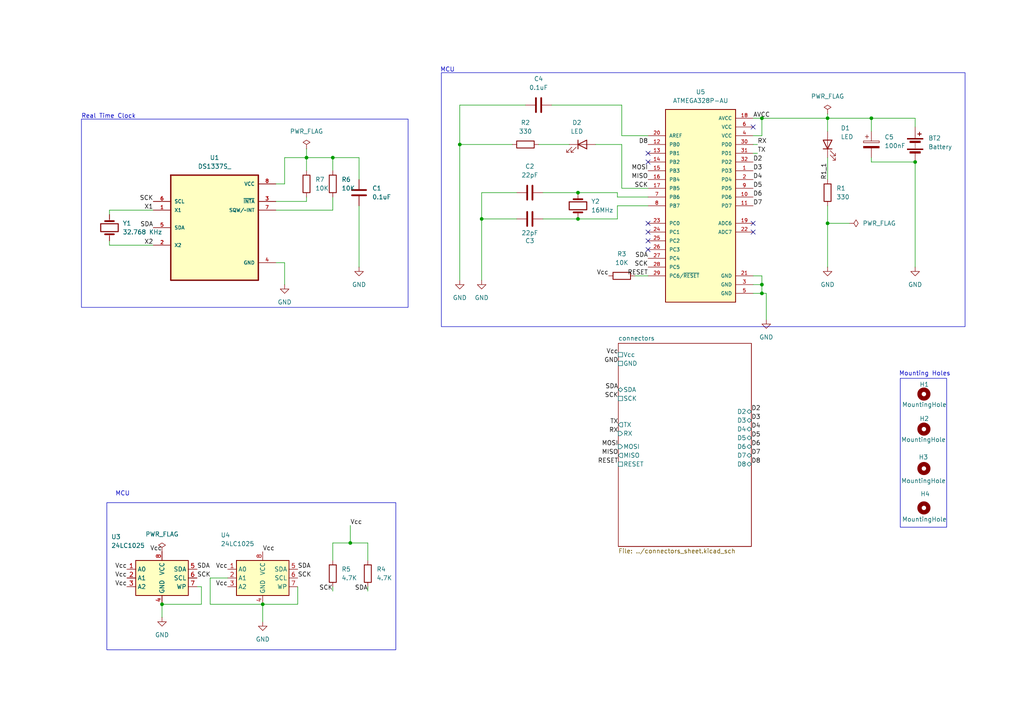
<source format=kicad_sch>
(kicad_sch (version 20231120) (generator "eeschema") (generator_version "8.0")
  (paper "A4")
  (title_block (title "${project_name}") (date "2025-03-16") (rev "1"))
  (lib_symbols
    (symbol "ATMEGA328P-AU_1" (pin_names (offset 1.016))
      (property "Reference" "U5" (at 0 33.02 0))
      (property "Value" "ATMEGA328P-AU" (at 0 30.48 0))
      (symbol "ATMEGA328P-AU_1_0_0"
        (rectangle (start -10.16 -27.94) (end 10.16 27.94) (stroke (width 0.254)) (fill (type background)))
        (pin bidirectional line (at 15.24 10.16 180) (length 5.08) (name "PD3") (number "1"))
        (pin bidirectional line (at 15.24 2.54 180) (length 5.08) (name "PD6") (number "10"))
        (pin bidirectional line (at 15.24 0 180) (length 5.08) (name "PD7") (number "11"))
        (pin bidirectional line (at -15.24 17.78 0) (length 5.08) (name "PB0") (number "12"))
        (pin bidirectional line (at -15.24 15.24 0) (length 5.08) (name "PB1") (number "13"))
        (pin bidirectional line (at -15.24 12.7 0) (length 5.08) (name "PB2") (number "14"))
        (pin bidirectional line (at -15.24 10.16 0) (length 5.08) (name "PB3") (number "15"))
        (pin bidirectional line (at -15.24 7.62 0) (length 5.08) (name "PB4") (number "16"))
        (pin bidirectional line (at -15.24 5.08 0) (length 5.08) (name "PB5") (number "17"))
        (pin power_in line (at 15.24 25.4 180) (length 5.08) (name "AVCC") (number "18"))
        (pin bidirectional line (at 15.24 -5.08 180) (length 5.08) (name "ADC6") (number "19"))
        (pin bidirectional line (at 15.24 7.62 180) (length 5.08) (name "PD4") (number "2"))
        (pin input line (at -15.24 20.32 0) (length 5.08) (name "AREF") (number "20"))
        (pin power_in line (at 15.24 -20.32 180) (length 5.08) (name "GND") (number "21"))
        (pin bidirectional line (at 15.24 -7.62 180) (length 5.08) (name "ADC7") (number "22"))
        (pin bidirectional line (at -15.24 -5.08 0) (length 5.08) (name "PC0") (number "23"))
        (pin bidirectional line (at -15.24 -7.62 0) (length 5.08) (name "PC1") (number "24"))
        (pin bidirectional line (at -15.24 -10.16 0) (length 5.08) (name "PC2") (number "25"))
        (pin bidirectional line (at -15.24 -12.7 0) (length 5.08) (name "PC3") (number "26"))
        (pin bidirectional line (at -15.24 -15.24 0) (length 5.08) (name "PC4") (number "27"))
        (pin bidirectional line (at -15.24 -17.78 0) (length 5.08) (name "PC5") (number "28"))
        (pin bidirectional line (at -15.24 -20.32 0) (length 5.08) (name "PC6/~{RESET}") (number "29"))
        (pin power_in line (at 15.24 -22.86 180) (length 5.08) (name "GND") (number "3"))
        (pin bidirectional line (at 15.24 17.78 180) (length 5.08) (name "PD0") (number "30"))
        (pin bidirectional line (at 15.24 15.24 180) (length 5.08) (name "PD1") (number "31"))
        (pin bidirectional line (at 15.24 12.7 180) (length 5.08) (name "PD2") (number "32"))
        (pin power_in line (at 15.24 20.32 180) (length 5.08) (name "VCC") (number "4"))
        (pin power_in line (at 15.24 -25.4 180) (length 5.08) (name "GND") (number "5"))
        (pin power_in line (at 15.24 22.86 180) (length 5.08) (name "VCC") (number "6"))
        (pin bidirectional line (at -15.24 2.54 0) (length 5.08) (name "PB6") (number "7"))
        (pin bidirectional line (at -15.24 0 0) (length 5.08) (name "PB7") (number "8"))
        (pin bidirectional line (at 15.24 5.08 180) (length 5.08) (name "PD5") (number "9"))
      )
    )
    (symbol "DS1337S_:DS1337S_" (pin_names (offset 1.016))
      (property "Reference" "U" (at -12.7 16.24 0))
      (property "Value" "DS1337S_" (at -12.7 -19.24 0))
      (symbol "DS1337S__0_0"
        (rectangle (start -12.7 -15.24) (end 12.7 15.24) (stroke (width 0.41)) (fill (type background)))
        (pin input line (at -17.78 5.08 0) (length 5.08) (name "X1") (number "1"))
        (pin bidirectional line (at -17.78 -5.08 0) (length 5.08) (name "X2") (number "2"))
        (pin output line (at 17.78 7.62 180) (length 5.08) (name "~{INTA}") (number "3"))
        (pin power_in line (at 17.78 -10.16 180) (length 5.08) (name "GND") (number "4"))
        (pin bidirectional line (at -17.78 0 0) (length 5.08) (name "SDA") (number "5"))
        (pin input line (at -17.78 7.62 0) (length 5.08) (name "SCL") (number "6"))
        (pin output line (at 17.78 5.08 180) (length 5.08) (name "SQW/~INT") (number "7"))
        (pin power_in line (at 17.78 12.7 180) (length 5.08) (name "VCC") (number "8"))
      )
    )
    (symbol "Device:Battery" (pin_numbers hide) (pin_names (offset 0) hide)
      (property "Reference" "BT" (at 2.54 2.54 0))
      (property "Value" "Battery" (at 2.54 0 0))
      (symbol "Battery_0_1"
        (rectangle (start -2.286 -1.27) (end 2.286 -1.524) (fill (type outline)))
        (rectangle (start -2.286 1.778) (end 2.286 1.524) (fill (type outline)))
        (rectangle (start -1.524 -2.032) (end 1.524 -2.54) (fill (type outline)))
        (rectangle (start -1.524 1.016) (end 1.524 0.508) (fill (type outline)))
        (polyline (pts (xy 0 -1.016) (xy 0 -0.762)))
        (polyline (pts (xy 0 -0.508) (xy 0 -0.254)))
        (polyline (pts (xy 0 0) (xy 0 0.254)))
        (polyline (pts (xy 0 1.778) (xy 0 2.54)))
        (polyline (pts (xy 0.762 3.048) (xy 1.778 3.048)) (stroke (width 0.254)))
        (polyline (pts (xy 1.27 3.556) (xy 1.27 2.54)) (stroke (width 0.254)))
      )
      (symbol "Battery_1_1"
        (pin passive line (at 0 5.08 270) (length 2.54) (name "+") (number "1"))
        (pin passive line (at 0 -5.08 90) (length 2.54) (name "-") (number "2"))
      )
    )
    (symbol "Device:C" (pin_numbers hide) (pin_names (offset 0.254))
      (property "Reference" "C" (at 0.635 2.54 0))
      (property "Value" "C" (at 0.635 -2.54 0))
      (symbol "C_0_1"
        (polyline (pts (xy -2.032 -0.762) (xy 2.032 -0.762)) (stroke (width 0.508)))
        (polyline (pts (xy -2.032 0.762) (xy 2.032 0.762)) (stroke (width 0.508)))
      )
      (symbol "C_1_1"
        (pin passive line (at 0 3.81 270) (length 2.794) (name "~") (number "1"))
        (pin passive line (at 0 -3.81 90) (length 2.794) (name "~") (number "2"))
      )
    )
    (symbol "Device:C_Polarized" (pin_numbers hide) (pin_names (offset 0.254))
      (property "Reference" "C" (at 0.635 2.54 0))
      (property "Value" "C_Polarized" (at 0.635 -2.54 0))
      (symbol "C_Polarized_0_1"
        (rectangle (start -2.286 0.508) (end 2.286 1.016))
        (polyline (pts (xy -1.778 2.286) (xy -0.762 2.286)))
        (polyline (pts (xy -1.27 2.794) (xy -1.27 1.778)))
        (rectangle (start 2.286 -0.508) (end -2.286 -1.016) (fill (type outline)))
      )
      (symbol "C_Polarized_1_1"
        (pin passive line (at 0 3.81 270) (length 2.794) (name "~") (number "1"))
        (pin passive line (at 0 -3.81 90) (length 2.794) (name "~") (number "2"))
      )
    )
    (symbol "Device:Crystal" (pin_numbers hide) (pin_names (offset 1.016) hide)
      (property "Reference" "Y" (at 0 3.81 0))
      (property "Value" "Crystal" (at 0 -3.81 0))
      (symbol "Crystal_0_1"
        (rectangle (start -1.143 2.54) (end 1.143 -2.54) (stroke (width 0.3048)))
        (polyline (pts (xy -2.54 0) (xy -1.905 0)))
        (polyline (pts (xy -1.905 -1.27) (xy -1.905 1.27)) (stroke (width 0.508)))
        (polyline (pts (xy 1.905 -1.27) (xy 1.905 1.27)) (stroke (width 0.508)))
        (polyline (pts (xy 2.54 0) (xy 1.905 0)))
      )
      (symbol "Crystal_1_1"
        (pin passive line (at -3.81 0 0) (length 1.27) (name "1") (number "1"))
        (pin passive line (at 3.81 0 180) (length 1.27) (name "2") (number "2"))
      )
    )
    (symbol "Device:LED" (pin_numbers hide) (pin_names (offset 1.016) hide)
      (property "Reference" "D" (at 0 2.54 0))
      (property "Value" "LED" (at 0 -2.54 0))
      (symbol "LED_0_1"
        (polyline (pts (xy -1.27 -1.27) (xy -1.27 1.27)) (stroke (width 0.254)))
        (polyline (pts (xy -1.27 0) (xy 1.27 0)))
        (polyline (pts (xy 1.27 -1.27) (xy 1.27 1.27) (xy -1.27 0) (xy 1.27 -1.27)) (stroke (width 0.254)))
        (polyline (pts (xy -3.048 -0.762) (xy -4.572 -2.286) (xy -3.81 -2.286) (xy -4.572 -2.286) (xy -4.572 -1.524)))
        (polyline (pts (xy -1.778 -0.762) (xy -3.302 -2.286) (xy -2.54 -2.286) (xy -3.302 -2.286) (xy -3.302 -1.524)))
      )
      (symbol "LED_1_1"
        (pin passive line (at -3.81 0 0) (length 2.54) (name "K") (number "1"))
        (pin passive line (at 3.81 0 180) (length 2.54) (name "A") (number "2"))
      )
    )
    (symbol "Device:R" (pin_numbers hide) (pin_names (offset 0))
      (property "Reference" "R" (at 2.032 0 90))
      (property "Value" "R" (at 0 0 90))
      (symbol "R_0_1"
        (rectangle (start -1.016 -2.54) (end 1.016 2.54) (stroke (width 0.254)))
      )
      (symbol "R_1_1"
        (pin passive line (at 0 3.81 270) (length 1.27) (name "~") (number "1"))
        (pin passive line (at 0 -3.81 90) (length 1.27) (name "~") (number "2"))
      )
    )
    (symbol "Mechanical:MountingHole" (pin_names (offset 1.016)) (exclude_from_sim yes) (in_bom no)
      (property "Reference" "H" (at 0 5.08 0))
      (property "Value" "MountingHole" (at 0 3.175 0))
      (symbol "MountingHole_0_1"
        (circle (center 0 0) (radius 1.27) (stroke (width 1.27)))
      )
    )
    (symbol "Memory_EEPROM:24LC1025"
      (property "Reference" "U" (at -6.35 6.35 0))
      (property "Value" "24LC1025" (at 1.27 6.35 0))
      (symbol "24LC1025_1_1"
        (rectangle (start -7.62 5.08) (end 7.62 -5.08) (stroke (width 0.254)) (fill (type background)))
        (pin input line (at -10.16 2.54 0) (length 2.54) (name "A0") (number "1"))
        (pin input line (at -10.16 0 0) (length 2.54) (name "A1") (number "2"))
        (pin input line (at -10.16 -2.54 0) (length 2.54) (name "A2") (number "3"))
        (pin power_in line (at 0 -7.62 90) (length 2.54) (name "GND") (number "4"))
        (pin bidirectional line (at 10.16 2.54 180) (length 2.54) (name "SDA") (number "5"))
        (pin input line (at 10.16 0 180) (length 2.54) (name "SCL") (number "6"))
        (pin input line (at 10.16 -2.54 180) (length 2.54) (name "WP") (number "7"))
        (pin power_in line (at 0 7.62 270) (length 2.54) (name "VCC") (number "8"))
      )
    )
    (symbol "power:GND" (power) (pin_numbers hide) (pin_names (offset 0) hide)
      (property "Value" "GND" (at 0 -3.81 0))
      (symbol "GND_0_1"
        (polyline (pts (xy 0 0) (xy 0 -1.27) (xy 1.27 -1.27) (xy 0 -2.54) (xy -1.27 -1.27) (xy 0 -1.27)))
      )
      (symbol "GND_1_1"
        (pin power_in line (at 0 0 270) (length 0) (name "~") (number "1"))
      )
    )
    (symbol "power:PWR_FLAG" (power) (pin_numbers hide) (pin_names (offset 0) hide)
      (property "Value" "PWR_FLAG" (at 0 3.81 0))
      (symbol "PWR_FLAG_0_0"
        (pin power_out line (at 0 0 90) (length 0) (name "~") (number "1"))
      )
      (symbol "PWR_FLAG_0_1"
        (polyline (pts (xy 0 0) (xy 0 1.27) (xy -1.016 1.905) (xy 0 2.54) (xy 1.016 1.905) (xy 0 1.27)))
      )
    )
  )
  (junction (at 88.9 45.72))
  (junction (at 220.98 82.55))
  (junction (at 167.64 63.5))
  (junction (at 96.52 45.72))
  (junction (at 101.6 157.48))
  (junction (at 240.03 64.77))
  (junction (at 76.2 175.26))
  (junction (at 46.99 175.26))
  (junction (at 139.7 63.5))
  (junction (at 220.98 85.09))
  (junction (at 220.98 34.29))
  (junction (at 167.64 55.88))
  (junction (at 252.73 34.29))
  (junction (at 133.35 41.91))
  (junction (at 265.43 46.99))
  (junction (at 240.03 34.29))
  (no_connect (at 187.96 72.39))
  (no_connect (at 218.44 67.31))
  (no_connect (at 187.96 46.99))
  (no_connect (at 187.96 69.85))
  (no_connect (at 218.44 64.77))
  (no_connect (at 218.44 36.83))
  (no_connect (at 187.96 64.77))
  (no_connect (at 187.96 44.45))
  (no_connect (at 187.96 67.31))
  (wire (pts (xy 104.14 59.69) (xy 104.14 77.47)))
  (wire (pts (xy 240.03 64.77) (xy 240.03 77.47)))
  (wire (pts (xy 133.35 41.91) (xy 148.59 41.91)))
  (wire (pts (xy 220.98 80.01) (xy 220.98 82.55)))
  (wire (pts (xy 157.48 55.88) (xy 167.64 55.88)))
  (wire (pts (xy 133.35 30.48) (xy 152.4 30.48)))
  (wire (pts (xy 179.07 55.88) (xy 179.07 57.15)))
  (wire (pts (xy 80.01 58.42) (xy 88.9 58.42)))
  (wire (pts (xy 82.55 76.2) (xy 82.55 82.55)))
  (wire (pts (xy 80.01 76.2) (xy 82.55 76.2)))
  (wire (pts (xy 240.03 45.72) (xy 240.03 52.07)))
  (wire (pts (xy 265.43 46.99) (xy 265.43 77.47)))
  (wire (pts (xy 57.15 170.18) (xy 58.42 170.18)))
  (wire (pts (xy 88.9 45.72) (xy 88.9 49.53)))
  (wire (pts (xy 104.14 45.72) (xy 104.14 52.07)))
  (wire (pts (xy 82.55 53.34) (xy 80.01 53.34)))
  (wire (pts (xy 133.35 41.91) (xy 133.35 81.28)))
  (wire (pts (xy 106.68 171.45) (xy 106.68 170.18)))
  (wire (pts (xy 139.7 55.88) (xy 139.7 63.5)))
  (wire (pts (xy 46.99 175.26) (xy 46.99 179.07)))
  (wire (pts (xy 220.98 34.29) (xy 240.03 34.29)))
  (wire (pts (xy 218.44 82.55) (xy 220.98 82.55)))
  (wire (pts (xy 60.96 167.64) (xy 66.04 167.64)))
  (wire (pts (xy 222.25 85.09) (xy 222.25 92.71)))
  (wire (pts (xy 156.21 41.91) (xy 165.1 41.91)))
  (wire (pts (xy 219.71 41.91) (xy 218.44 41.91)))
  (wire (pts (xy 96.52 45.72) (xy 96.52 49.53)))
  (wire (pts (xy 133.35 30.48) (xy 133.35 41.91)))
  (wire (pts (xy 76.2 175.26) (xy 76.2 180.34)))
  (wire (pts (xy 180.34 41.91) (xy 172.72 41.91)))
  (wire (pts (xy 101.6 157.48) (xy 106.68 157.48)))
  (wire (pts (xy 240.03 34.29) (xy 240.03 38.1)))
  (wire (pts (xy 167.64 55.88) (xy 179.07 55.88)))
  (wire (pts (xy 252.73 46.99) (xy 265.43 46.99)))
  (wire (pts (xy 96.52 171.45) (xy 96.52 170.18)))
  (wire (pts (xy 76.2 175.26) (xy 86.36 175.26)))
  (wire (pts (xy 167.64 63.5) (xy 179.07 63.5)))
  (wire (pts (xy 240.03 33.02) (xy 240.03 34.29)))
  (wire (pts (xy 240.03 64.77) (xy 246.38 64.77)))
  (wire (pts (xy 220.98 34.29) (xy 220.98 39.37)))
  (wire (pts (xy 179.07 57.15) (xy 187.96 57.15)))
  (wire (pts (xy 88.9 58.42) (xy 88.9 57.15)))
  (wire (pts (xy 60.96 175.26) (xy 76.2 175.26)))
  (wire (pts (xy 252.73 45.72) (xy 252.73 46.99)))
  (wire (pts (xy 101.6 152.4) (xy 101.6 157.48)))
  (wire (pts (xy 218.44 34.29) (xy 220.98 34.29)))
  (wire (pts (xy 58.42 170.18) (xy 58.42 175.26)))
  (wire (pts (xy 218.44 39.37) (xy 220.98 39.37)))
  (wire (pts (xy 106.68 157.48) (xy 106.68 162.56)))
  (wire (pts (xy 180.34 41.91) (xy 180.34 54.61)))
  (wire (pts (xy 219.71 44.45) (xy 218.44 44.45)))
  (wire (pts (xy 157.48 63.5) (xy 167.64 63.5)))
  (wire (pts (xy 96.52 157.48) (xy 96.52 162.56)))
  (wire (pts (xy 180.34 30.48) (xy 180.34 39.37)))
  (wire (pts (xy 252.73 38.1) (xy 252.73 34.29)))
  (wire (pts (xy 160.02 30.48) (xy 180.34 30.48)))
  (wire (pts (xy 220.98 82.55) (xy 220.98 85.09)))
  (wire (pts (xy 31.75 71.12) (xy 44.45 71.12)))
  (wire (pts (xy 139.7 63.5) (xy 149.86 63.5)))
  (wire (pts (xy 179.07 59.69) (xy 179.07 63.5)))
  (wire (pts (xy 88.9 45.72) (xy 96.52 45.72)))
  (wire (pts (xy 86.36 170.18) (xy 86.36 175.26)))
  (wire (pts (xy 179.07 59.69) (xy 187.96 59.69)))
  (wire (pts (xy 240.03 34.29) (xy 252.73 34.29)))
  (wire (pts (xy 31.75 69.85) (xy 31.75 71.12)))
  (wire (pts (xy 218.44 80.01) (xy 220.98 80.01)))
  (wire (pts (xy 218.44 85.09) (xy 220.98 85.09)))
  (wire (pts (xy 82.55 45.72) (xy 82.55 53.34)))
  (wire (pts (xy 82.55 45.72) (xy 88.9 45.72)))
  (wire (pts (xy 60.96 167.64) (xy 60.96 175.26)))
  (wire (pts (xy 31.75 60.96) (xy 31.75 62.23)))
  (wire (pts (xy 240.03 59.69) (xy 240.03 64.77)))
  (wire (pts (xy 252.73 34.29) (xy 265.43 34.29)))
  (wire (pts (xy 80.01 60.96) (xy 96.52 60.96)))
  (wire (pts (xy 265.43 34.29) (xy 265.43 36.83)))
  (wire (pts (xy 220.98 85.09) (xy 222.25 85.09)))
  (wire (pts (xy 88.9 43.18) (xy 88.9 45.72)))
  (wire (pts (xy 96.52 157.48) (xy 101.6 157.48)))
  (wire (pts (xy 180.34 54.61) (xy 187.96 54.61)))
  (wire (pts (xy 46.99 175.26) (xy 58.42 175.26)))
  (wire (pts (xy 96.52 45.72) (xy 104.14 45.72)))
  (wire (pts (xy 139.7 63.5) (xy 139.7 81.28)))
  (wire (pts (xy 96.52 57.15) (xy 96.52 60.96)))
  (wire (pts (xy 139.7 55.88) (xy 149.86 55.88)))
  (wire (pts (xy 184.15 80.01) (xy 187.96 80.01)))
  (wire (pts (xy 180.34 39.37) (xy 187.96 39.37)))
  (wire (pts (xy 31.75 60.96) (xy 44.45 60.96)))
  (rectangle (start 23.622 34.544) (end 118.364 89.154))
  (rectangle (start 261.112 109.728) (end 274.574 152.908))
  (rectangle (start 128.016 21.082) (end 279.908 94.742))
  (rectangle (start 30.988 145.796) (end 114.808 188.468))
  (text "Real Time Clock\n" (at 31.496 33.782 0) (effects (font (size 1.27 1.27))))
  (text "MCU\n" (at 35.56 143.256 0) (effects (font (size 1.27 1.27))))
  (text "MCU\n" (at 129.794 20.32 0) (effects (font (size 1.27 1.27))))
  (text "Mounting Holes\n" (at 268.224 108.458 0) (effects (font (size 1.27 1.27))))
  (label "SCK" (at 179.324 115.57 180))
  (label "Vcc" (at 66.04 170.18 180))
  (label "Vcc" (at 176.53 80.01 180))
  (label "RX" (at 219.71 41.91 0))
  (label "D4" (at 217.932 124.46 0))
  (label "D5" (at 218.44 54.61 0))
  (label "SCK" (at 44.45 58.42 180))
  (label "D5" (at 217.932 127 0))
  (label "SDA" (at 57.15 165.1 0))
  (label "TX" (at 219.71 44.45 0))
  (label "SDA" (at 106.68 171.45 180))
  (label "Vcc" (at 36.83 170.18 180))
  (label "D6" (at 218.44 57.15 0))
  (label "SDA" (at 44.45 66.04 180))
  (label "GND" (at 179.324 105.41 180))
  (label "RESET" (at 179.324 134.62 180))
  (label "D8" (at 217.932 134.62 0))
  (label "SCK" (at 86.36 167.64 0))
  (label "Vcc" (at 36.83 167.64 180))
  (label "RESET" (at 187.96 80.01 180))
  (label "D2" (at 218.44 46.99 0))
  (label "Vcc" (at 76.2 160.02 0))
  (label "X2" (at 44.45 71.12 180))
  (label "D3" (at 218.44 49.53 0))
  (label "MOSI" (at 187.96 49.53 180))
  (label "SCK" (at 187.96 77.47 180))
  (label "MOSI" (at 179.324 129.54 180))
  (label "SDA" (at 187.96 74.93 180))
  (label "SDA" (at 179.324 113.03 180))
  (label "D6" (at 217.932 129.54 0))
  (label "Vcc" (at 101.6 152.4 0))
  (label "Vcc" (at 179.324 102.87 180))
  (label "SCK" (at 187.96 54.61 180))
  (label "D7" (at 217.932 132.08 0))
  (label "MISO" (at 187.96 52.07 180))
  (label "TX" (at 179.324 123.19 180))
  (label "R1_1" (at 240.03 52.07 90))
  (label "Vcc" (at 36.83 165.1 180))
  (label "Vcc" (at 46.99 160.02 180))
  (label "Vcc" (at 66.04 165.1 180))
  (label "MISO" (at 179.324 132.08 180))
  (label "D7" (at 218.44 59.69 0))
  (label "AVCC" (at 218.44 34.29 0))
  (label "D4" (at 218.44 52.07 0))
  (label "SCK" (at 57.15 167.64 0))
  (label "RX" (at 179.324 125.73 180))
  (label "SCK" (at 96.52 171.45 180))
  (label "SDA" (at 86.36 165.1 0))
  (label "D8" (at 187.96 41.91 180))
  (label "X1" (at 44.45 60.96 180))
  (label "D3" (at 217.932 121.92 0))
  (label "D2" (at 217.932 119.38 0))
  (symbol (lib_id "Device:LED") (at 240.03 41.91 90) (unit 1)
    (property "Reference" "D1" (at 243.84 37.1474 90) (effects (justify right)))
    (property "Value" "LED" (at 243.84 39.6874 90) (effects (justify right)))
    (property "Footprint" "LED_SMD:LED_0805_2012Metric" (effects (hide yes)))
    (property "Description" "Light emitting diode" (effects (hide yes)))
  )
  (symbol (lib_id "Device:R") (at 96.52 166.37 0) (unit 1)
    (property "Reference" "R5" (at 99.06 165.0999 0) (effects (justify left)))
    (property "Value" "4.7K" (at 99.06 167.6399 0) (effects (justify left)))
    (property "Footprint" "Resistor_SMD:R_0805_2012Metric" (effects (hide yes)))
    (property "Description" "Resistor" (effects (hide yes)))
  )
  (symbol (lib_name "ATMEGA328P-AU_1") (lib_id "ATMEGA328P-AU:ATMEGA328P-AU") (at 203.2 59.69 0) (unit 1)
    (property "Reference" "U5" (at 203.2 26.67 0))
    (property "Value" "ATMEGA328P-AU" (at 203.2 29.21 0))
    (property "Footprint" "Atmega_328P:QFP80P900X900X120-32N" (effects (hide yes)))
    (property "MF" "Microchip" (effects (hide yes)))
    (property "MAXIMUM_PACKAGE_HEIGHT" "1.20mm" (effects (hide yes)))
    (property "Package" "TQFP-32 Microchip" (effects (hide yes)))
    (property "Price" "None" (effects (hide yes)))
    (property "Check_prices" "https://www.snapeda.com/parts/ATMEGA328P-AU/Microchip/view-part/?ref=eda" (effects (hide yes)))
    (property "STANDARD" "IPC-7351B" (effects (hide yes)))
    (property "PARTREV" "8271A" (effects (hide yes)))
    (property "SnapEDA_Link" "https://www.snapeda.com/parts/ATMEGA328P-AU/Microchip/view-part/?ref=snap" (effects (hide yes)))
    (property "MP" "ATMEGA328P-AU" (effects (hide yes)))
    (property "Description_1" "\n                        \n                            AVR AVR® ATmega Microcontroller IC 8-Bit 20MHz 32KB (16K x 16) FLASH 32-TQFP (7x7)\n                        \n" (effects (hide yes)))
    (property "Availability" "In Stock" (effects (hide yes)))
    (property "MANUFACTURER" "Microchip" (effects (hide yes)))
  )
  (symbol (lib_id "power:GND") (at 133.35 81.28 0) (unit 1)
    (property "Reference" "#PWR04" (effects (hide yes)))
    (property "Value" "GND" (at 133.35 86.36 0))
    (property "Description" "Power symbol creates a global label with name \"GND\" , ground" (effects (hide yes)))
  )
  (symbol (lib_id "power:GND") (at 222.25 92.71 0) (unit 1)
    (property "Reference" "#PWR05" (effects (hide yes)))
    (property "Value" "GND" (at 222.25 97.79 0))
    (property "Description" "Power symbol creates a global label with name \"GND\" , ground" (effects (hide yes)))
  )
  (symbol (lib_id "power:PWR_FLAG") (at 240.03 33.02 0) (unit 1)
    (property "Reference" "#FLG02" (effects (hide yes)))
    (property "Value" "PWR_FLAG" (at 240.03 27.94 0))
    (property "Description" "Special symbol for telling ERC where power comes from" (effects (hide yes)))
  )
  (symbol (lib_id "power:GND") (at 46.99 179.07 0) (unit 1)
    (property "Reference" "#PWR08" (effects (hide yes)))
    (property "Value" "GND" (at 46.99 184.15 0))
    (property "Description" "Power symbol creates a global label with name \"GND\" , ground" (effects (hide yes)))
  )
  (symbol (lib_id "Mechanical:MountingHole") (at 267.97 124.46 0) (unit 1) (exclude_from_sim yes) (in_bom no)
    (property "Reference" "H2" (at 266.7 121.412 0) (effects (justify left)))
    (property "Value" "MountingHole" (at 261.366 127.508 0) (effects (justify left)))
    (property "Footprint" "MountingHole:MountingHole_2.1mm" (effects (hide yes)))
    (property "Description" "Mounting Hole without connection" (effects (hide yes)))
  )
  (symbol (lib_id "Device:R") (at 106.68 166.37 0) (unit 1)
    (property "Reference" "R4" (at 109.22 165.0999 0) (effects (justify left)))
    (property "Value" "4.7K" (at 109.22 167.6399 0) (effects (justify left)))
    (property "Footprint" "Resistor_SMD:R_0805_2012Metric" (effects (hide yes)))
    (property "Description" "Resistor" (effects (hide yes)))
  )
  (symbol (lib_id "Memory_EEPROM:24LC1025") (at 46.99 167.64 0) (unit 1)
    (property "Reference" "U3" (at 32.258 155.702 0) (effects (justify left)))
    (property "Value" "24LC1025" (at 32.258 158.242 0) (effects (justify left)))
    (property "Footprint" "Package_SO:SOIC-8_5.23x5.23mm_P1.27mm" (effects (hide yes)))
    (property "Datasheet" "http://ww1.microchip.com/downloads/en/DeviceDoc/21941B.pdf" (effects (hide yes)))
    (property "Description" "I2C Serial EEPROM, 1024Kb, DIP-8/SOIC-8/TSSOP-8/DFN-8" (effects (hide yes)))
  )
  (symbol (lib_id "Mechanical:MountingHole") (at 267.97 147.32 0) (unit 1) (exclude_from_sim yes) (in_bom no)
    (property "Reference" "H4" (at 266.954 143.256 0) (effects (justify left)))
    (property "Value" "MountingHole" (at 261.62 150.622 0) (effects (justify left)))
    (property "Footprint" "MountingHole:MountingHole_2.1mm" (effects (hide yes)))
    (property "Description" "Mounting Hole without connection" (effects (hide yes)))
  )
  (symbol (lib_id "power:GND") (at 104.14 77.47 0) (unit 1)
    (property "Reference" "#PWR01" (effects (hide yes)))
    (property "Value" "GND" (at 104.14 82.55 0))
    (property "Description" "Power symbol creates a global label with name \"GND\" , ground" (effects (hide yes)))
  )
  (symbol (lib_id "DS1337S_:DS1337S_") (at 62.23 66.04 0) (unit 1)
    (property "Reference" "U1" (at 62.23 45.72 0))
    (property "Value" "DS1337S_" (at 62.23 48.26 0))
    (property "Footprint" "530002B02500G:DS1337" (effects (hide yes)))
    (property "MF" "Analog Devices" (effects (hide yes)))
    (property "Description_1" "\n                        \n                            I²C Serial Real-Time Clock\n                        \n" (effects (hide yes)))
    (property "Package" "SOIC-8 Maxim" (effects (hide yes)))
    (property "Price" "None" (effects (hide yes)))
    (property "SnapEDA_Link" "https://www.snapeda.com/parts/DS1337S+/Analog+Devices/view-part/?ref=snap" (effects (hide yes)))
    (property "MP" "DS1337S+" (effects (hide yes)))
    (property "Availability" "In Stock" (effects (hide yes)))
    (property "Check_prices" "https://www.snapeda.com/parts/DS1337S+/Analog+Devices/view-part/?ref=eda" (effects (hide yes)))
  )
  (symbol (lib_id "power:GND") (at 76.2 180.34 0) (unit 1)
    (property "Reference" "#PWR07" (effects (hide yes)))
    (property "Value" "GND" (at 76.2 185.42 0))
    (property "Description" "Power symbol creates a global label with name \"GND\" , ground" (effects (hide yes)))
  )
  (symbol (lib_id "Mechanical:MountingHole") (at 267.97 135.89 0) (unit 1) (exclude_from_sim yes) (in_bom no)
    (property "Reference" "H3" (at 266.446 132.588 0) (effects (justify left)))
    (property "Value" "MountingHole" (at 261.366 139.446 0) (effects (justify left)))
    (property "Footprint" "MountingHole:MountingHole_2.1mm" (effects (hide yes)))
    (property "Description" "Mounting Hole without connection" (effects (hide yes)))
  )
  (symbol (lib_id "Memory_EEPROM:24LC1025") (at 76.2 167.64 0) (unit 1)
    (property "Reference" "U4" (at 64.008 155.194 0) (effects (justify left)))
    (property "Value" "24LC1025" (at 64.008 157.734 0) (effects (justify left)))
    (property "Footprint" "Package_SO:SOIC-8_5.23x5.23mm_P1.27mm" (effects (hide yes)))
    (property "Datasheet" "http://ww1.microchip.com/downloads/en/DeviceDoc/21941B.pdf" (effects (hide yes)))
    (property "Description" "I2C Serial EEPROM, 1024Kb, DIP-8/SOIC-8/TSSOP-8/DFN-8" (effects (hide yes)))
  )
  (symbol (lib_id "Device:Crystal") (at 31.75 66.04 90) (unit 1)
    (property "Reference" "Y1" (at 35.56 64.7699 90) (effects (justify right)))
    (property "Value" "32.768 KHz" (at 35.56 67.3099 90) (effects (justify right)))
    (property "Footprint" "Crystal:Crystal_SMD_5032-2Pin_5.0x3.2mm_HandSoldering" (effects (hide yes)))
    (property "Description" "Two pin crystal" (effects (hide yes)))
  )
  (symbol (lib_id "power:PWR_FLAG") (at 46.99 160.02 0) (unit 1)
    (property "Reference" "#FLG04" (effects (hide yes)))
    (property "Value" "PWR_FLAG" (at 46.99 154.94 0))
    (property "Description" "Special symbol for telling ERC where power comes from" (effects (hide yes)))
  )
  (symbol (lib_id "Device:R") (at 152.4 41.91 90) (unit 1)
    (property "Reference" "R2" (at 152.4 35.56 90))
    (property "Value" "330" (at 152.4 38.1 90))
    (property "Footprint" "Resistor_SMD:R_0805_2012Metric" (effects (hide yes)))
    (property "Description" "Resistor" (effects (hide yes)))
  )
  (symbol (lib_id "power:PWR_FLAG") (at 246.38 64.77 270) (unit 1)
    (property "Reference" "#FLG01" (effects (hide yes)))
    (property "Value" "PWR_FLAG" (at 250.19 64.7699 90) (effects (justify left)))
    (property "Description" "Special symbol for telling ERC where power comes from" (effects (hide yes)))
  )
  (symbol (lib_id "Mechanical:MountingHole") (at 267.97 114.3 0) (unit 1) (exclude_from_sim yes) (in_bom no)
    (property "Reference" "H1" (at 266.7 111.506 0) (effects (justify left)))
    (property "Value" "MountingHole" (at 261.62 117.348 0) (effects (justify left)))
    (property "Footprint" "MountingHole:MountingHole_2.1mm" (effects (hide yes)))
    (property "Description" "Mounting Hole without connection" (effects (hide yes)))
  )
  (symbol (lib_id "power:GND") (at 139.7 81.28 0) (unit 1)
    (property "Reference" "#PWR03" (effects (hide yes)))
    (property "Value" "GND" (at 139.7 86.36 0))
    (property "Description" "Power symbol creates a global label with name \"GND\" , ground" (effects (hide yes)))
  )
  (symbol (lib_id "Device:C") (at 156.21 30.48 90) (unit 1)
    (property "Reference" "C4" (at 156.21 22.86 90))
    (property "Value" "0.1uF" (at 156.21 25.4 90))
    (property "Footprint" "Capacitor_SMD:C_0805_2012Metric" (effects (hide yes)))
    (property "Description" "Unpolarized capacitor" (effects (hide yes)))
  )
  (symbol (lib_id "Device:C") (at 153.67 55.88 90) (unit 1)
    (property "Reference" "C2" (at 153.67 48.26 90))
    (property "Value" "22pF" (at 153.67 50.8 90))
    (property "Footprint" "Capacitor_SMD:C_0805_2012Metric" (effects (hide yes)))
    (property "Description" "Unpolarized capacitor" (effects (hide yes)))
  )
  (symbol (lib_id "power:PWR_FLAG") (at 88.9 43.18 0) (unit 1)
    (property "Reference" "#FLG03" (effects (hide yes)))
    (property "Value" "PWR_FLAG" (at 88.9 38.1 0))
    (property "Description" "Special symbol for telling ERC where power comes from" (effects (hide yes)))
  )
  (symbol (lib_id "power:GND") (at 82.55 82.55 0) (unit 1)
    (property "Reference" "#PWR02" (effects (hide yes)))
    (property "Value" "GND" (at 82.55 87.63 0))
    (property "Description" "Power symbol creates a global label with name \"GND\" , ground" (effects (hide yes)))
  )
  (symbol (lib_id "Device:R") (at 240.03 55.88 0) (unit 1)
    (property "Reference" "R1" (at 242.57 54.6099 0) (effects (justify left)))
    (property "Value" "330" (at 242.57 57.1499 0) (effects (justify left)))
    (property "Footprint" "Resistor_SMD:R_0805_2012Metric" (effects (hide yes)))
    (property "Description" "Resistor" (effects (hide yes)))
  )
  (symbol (lib_id "Device:C") (at 104.14 55.88 0) (unit 1)
    (property "Reference" "C1" (at 107.95 54.6099 0) (effects (justify left)))
    (property "Value" "0.1uF" (at 107.95 57.1499 0) (effects (justify left)))
    (property "Footprint" "Capacitor_SMD:C_0805_2012Metric" (effects (hide yes)))
    (property "Description" "Unpolarized capacitor" (effects (hide yes)))
  )
  (symbol (lib_id "Device:Battery") (at 265.43 41.91 0) (unit 1)
    (property "Reference" "BT2" (at 269.24 40.0684 0) (effects (justify left)))
    (property "Value" "Battery" (at 269.24 42.6084 0) (effects (justify left)))
    (property "Footprint" "Connector_PinHeader_2.54mm:PinHeader_1x02_P2.54mm_Vertical" (effects (hide yes)))
    (property "Description" "Multiple-cell battery" (effects (hide yes)))
  )
  (symbol (lib_id "Device:R") (at 180.34 80.01 90) (unit 1)
    (property "Reference" "R3" (at 180.34 73.66 90))
    (property "Value" "10K" (at 180.34 76.2 90))
    (property "Footprint" "Resistor_SMD:R_0805_2012Metric" (effects (hide yes)))
    (property "Description" "Resistor" (effects (hide yes)))
  )
  (symbol (lib_id "power:GND") (at 265.43 77.47 0) (unit 1)
    (property "Reference" "#PWR09" (effects (hide yes)))
    (property "Value" "GND" (at 265.43 82.55 0))
    (property "Description" "Power symbol creates a global label with name \"GND\" , ground" (effects (hide yes)))
  )
  (symbol (lib_id "Device:Crystal") (at 167.64 59.69 90) (unit 1)
    (property "Reference" "Y2" (at 171.45 58.4199 90) (effects (justify right)))
    (property "Value" "16MHz" (at 171.45 60.9599 90) (effects (justify right)))
    (property "Footprint" "Crystal:Crystal_SMD_5032-2Pin_5.0x3.2mm_HandSoldering" (effects (hide yes)))
    (property "Description" "Two pin crystal" (effects (hide yes)))
  )
  (symbol (lib_id "power:GND") (at 240.03 77.47 0) (unit 1)
    (property "Reference" "#PWR06" (effects (hide yes)))
    (property "Value" "GND" (at 240.03 82.55 0))
    (property "Description" "Power symbol creates a global label with name \"GND\" , ground" (effects (hide yes)))
  )
  (symbol (lib_id "Device:R") (at 96.52 53.34 0) (unit 1)
    (property "Reference" "R6" (at 99.06 52.0699 0) (effects (justify left)))
    (property "Value" "10K" (at 99.06 54.6099 0) (effects (justify left)))
    (property "Footprint" "Resistor_SMD:R_0805_2012Metric" (effects (hide yes)))
    (property "Description" "Resistor" (effects (hide yes)))
  )
  (symbol (lib_id "Device:C") (at 153.67 63.5 90) (unit 1)
    (property "Reference" "C3" (at 153.67 69.85 90))
    (property "Value" "22pF" (at 153.67 67.564 90))
    (property "Footprint" "Capacitor_SMD:C_0805_2012Metric" (effects (hide yes)))
    (property "Description" "Unpolarized capacitor" (effects (hide yes)))
  )
  (symbol (lib_id "Device:C_Polarized") (at 252.73 41.91 0) (unit 1)
    (property "Reference" "C5" (at 256.54 39.7509 0) (effects (justify left)))
    (property "Value" "100nF" (at 256.54 42.2909 0) (effects (justify left)))
    (property "Footprint" "LED_SMD:LED_0805_2012Metric" (effects (hide yes)))
    (property "Description" "Polarized capacitor" (effects (hide yes)))
  )
  (symbol (lib_id "Device:LED") (at 168.91 41.91 0) (unit 1)
    (property "Reference" "D2" (at 167.3225 35.56 0))
    (property "Value" "LED" (at 167.3225 38.1 0))
    (property "Footprint" "LED_SMD:LED_0805_2012Metric" (effects (hide yes)))
    (property "Description" "Light emitting diode" (effects (hide yes)))
  )
  (symbol (lib_id "Device:R") (at 88.9 53.34 0) (unit 1)
    (property "Reference" "R7" (at 91.44 52.0699 0) (effects (justify left)))
    (property "Value" "10K" (at 91.44 54.6099 0) (effects (justify left)))
    (property "Footprint" "Resistor_SMD:R_0805_2012Metric" (effects (hide yes)))
    (property "Description" "Resistor" (effects (hide yes)))
  )
  (sheet (at 179.324 99.568) (size 38.608 58.928) (stroke (width 0.1524))
    (property "Sheetname" "connectors" (at 179.324 98.8564 0) (effects (justify left bottom)))
    (property "Sheetfile" "../connectors_sheet.kicad_sch" (at 179.324 159.0806 0) (effects (justify left top)))
    (pin "GND" passive (at 179.324 105.41 180))
    (pin "Vcc" passive (at 179.324 102.87 180))
    (pin "D2" tri_state (at 217.932 119.38 0))
    (pin "D5" tri_state (at 217.932 127 0))
    (pin "D3" tri_state (at 217.932 121.92 0))
    (pin "D4" tri_state (at 217.932 124.46 0))
    (pin "RX" input (at 179.324 125.73 180))
    (pin "TX" output (at 179.324 123.19 180))
    (pin "SDA" tri_state (at 179.324 113.03 180))
    (pin "SCK" passive (at 179.324 115.57 180))
    (pin "D6" tri_state (at 217.932 129.54 0))
    (pin "D7" tri_state (at 217.932 132.08 0))
    (pin "D8" tri_state (at 217.932 134.62 0))
    (pin "RESET" passive (at 179.324 134.62 180))
    (pin "MOSI" input (at 179.324 129.54 180))
    (pin "MISO" output (at 179.324 132.08 180))
  )
)
</source>
